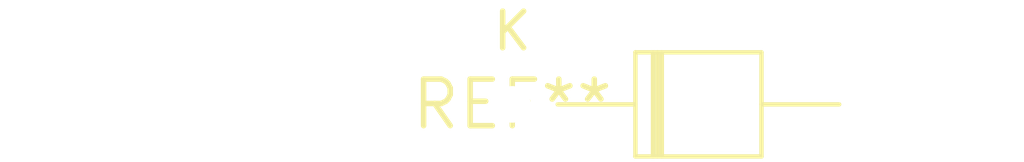
<source format=kicad_pcb>
(kicad_pcb (version 20240108) (generator pcbnew)
  (layers (0 "F.Cu" signal) (31 "B.Cu" signal) (34 "B.Paste" user) (35 "F.Paste" user) (36 "B.SilkS" user "B.Silkscreen") (37 "F.SilkS" user "F.Silkscreen") (38 "B.Mask" user) (39 "F.Mask" user) (44 "Edge.Cuts" user))
  (net 0 "")
  (footprint "D_T-1_P10.16mm_Horizontal" (layer "F.Cu") (at 0 0)
    (property "Reference" "REF**")
    (property "Value" "D_T-1_P10.16mm_Horizontal")
    (fp_line (start 1.24 0) (end 3.36 0) (layer "F.SilkS") (stroke (width 0.12)))
    (fp_line (start 3.36 -1.42) (end 3.36 1.42) (layer "F.SilkS") (stroke (width 0.12)))
    (fp_line (start 3.36 1.42) (end 6.8 1.42) (layer "F.SilkS") (stroke (width 0.12)))
    (fp_line (start 3.84 -1.42) (end 3.84 1.42) (layer "F.SilkS") (stroke (width 0.12)))
    (fp_line (start 3.96 -1.42) (end 3.96 1.42) (layer "F.SilkS") (stroke (width 0.12)))
    (fp_line (start 4.08 -1.42) (end 4.08 1.42) (layer "F.SilkS") (stroke (width 0.12)))
    (fp_line (start 6.8 -1.42) (end 3.36 -1.42) (layer "F.SilkS") (stroke (width 0.12)))
    (fp_line (start 6.8 1.42) (end 6.8 -1.42) (layer "F.SilkS") (stroke (width 0.12)))
    (fp_line (start 8.92 0) (end 6.8 0) (layer "F.SilkS") (stroke (width 0.12)))
    (fp_text user "K" (at 0 -2 0) (layer "F.SilkS"))
    (pad "1" thru_hole rect (at 0 0) (size 2 2) (drill 1) (layers *.Cu *.Mask) (remove_unused_layers))
    (pad "2" thru_hole oval (at 10.16 0) (size 2 2) (drill 1) (layers *.Cu *.Mask) (remove_unused_layers))
  )
)
</source>
